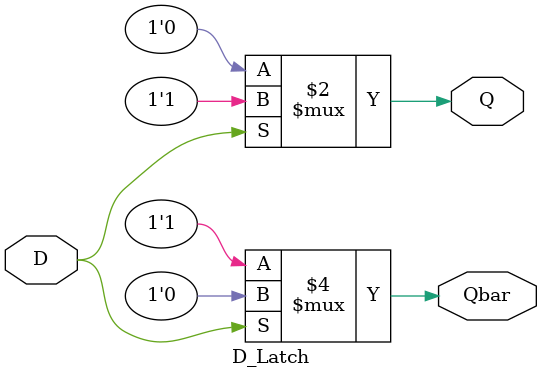
<source format=v>
`timescale 1ns/1ps

module D_Latch(
  D,
  Q,
  Qbar
);
input D;
output Q,Qbar;

assign Q=(D==1'b0)?1'b0:1'b1;
assign Qbar=(D==1'b0)?1'b1:1'b0;

endmodule
</source>
